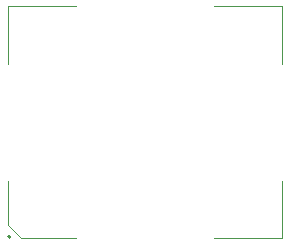
<source format=gbr>
G04 #@! TF.GenerationSoftware,KiCad,Pcbnew,8.0.4*
G04 #@! TF.CreationDate,2025-09-28T15:06:51-07:00*
G04 #@! TF.ProjectId,GMAX3412_breakout,474d4158-3334-4313-925f-627265616b6f,rev?*
G04 #@! TF.SameCoordinates,Original*
G04 #@! TF.FileFunction,Legend,Bot*
G04 #@! TF.FilePolarity,Positive*
%FSLAX46Y46*%
G04 Gerber Fmt 4.6, Leading zero omitted, Abs format (unit mm)*
G04 Created by KiCad (PCBNEW 8.0.4) date 2025-09-28 15:06:51*
%MOMM*%
%LPD*%
G01*
G04 APERTURE LIST*
%ADD10C,0.120000*%
%ADD11C,0.200000*%
G04 APERTURE END LIST*
D10*
G04 #@! TO.C,U1*
X7880000Y-9680000D02*
X13630000Y-9680000D01*
X7880000Y-14530000D02*
X7880000Y-9680000D01*
X7880000Y-24470000D02*
X7880000Y-28200000D01*
X7880000Y-28200000D02*
X9000000Y-29320000D01*
X9000000Y-29320000D02*
X13630000Y-29320000D01*
X31120000Y-9680000D02*
X25370000Y-9680000D01*
X31120000Y-14530000D02*
X31120000Y-9680000D01*
X31120000Y-24470000D02*
X31120000Y-29320000D01*
X31120000Y-29320000D02*
X25370000Y-29320000D01*
D11*
X8100000Y-29200000D02*
G75*
G02*
X7900000Y-29200000I-100000J0D01*
G01*
X7900000Y-29200000D02*
G75*
G02*
X8100000Y-29200000I100000J0D01*
G01*
G04 #@! TD*
M02*

</source>
